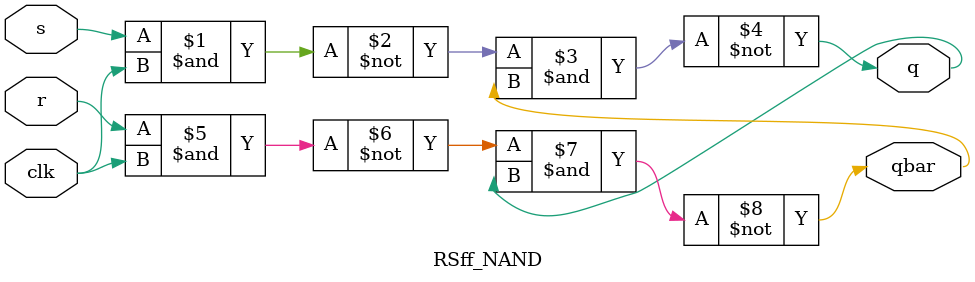
<source format=v>
`timescale 1ns / 1ps
module RSff_NAND(
    input s, r, clk,
    output q, qbar
    );
    
assign q = ~(~(s&clk) & qbar);
assign qbar = ~(~(r & clk) & q);

endmodule

</source>
